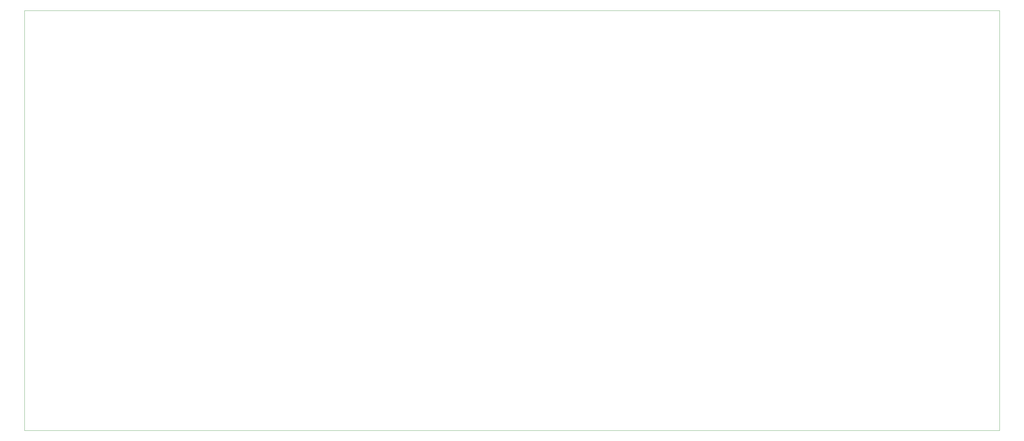
<source format=gbr>
%TF.GenerationSoftware,KiCad,Pcbnew,8.0.8*%
%TF.CreationDate,2025-02-25T20:31:50-05:00*%
%TF.ProjectId,keyboard,6b657962-6f61-4726-942e-6b696361645f,rev?*%
%TF.SameCoordinates,Original*%
%TF.FileFunction,Profile,NP*%
%FSLAX46Y46*%
G04 Gerber Fmt 4.6, Leading zero omitted, Abs format (unit mm)*
G04 Created by KiCad (PCBNEW 8.0.8) date 2025-02-25 20:31:50*
%MOMM*%
%LPD*%
G01*
G04 APERTURE LIST*
%TA.AperFunction,Profile*%
%ADD10C,0.050000*%
%TD*%
G04 APERTURE END LIST*
D10*
X57000000Y-120000000D02*
X57000000Y-215000000D01*
X354000000Y-120000000D02*
X354000000Y-215000000D01*
X354000000Y-120000000D02*
X354000000Y-87000000D01*
X354000000Y-87000000D02*
X57000000Y-87000000D01*
X57000000Y-120000000D02*
X57000000Y-87000000D01*
X354000000Y-215000000D02*
X57000000Y-215000000D01*
M02*

</source>
